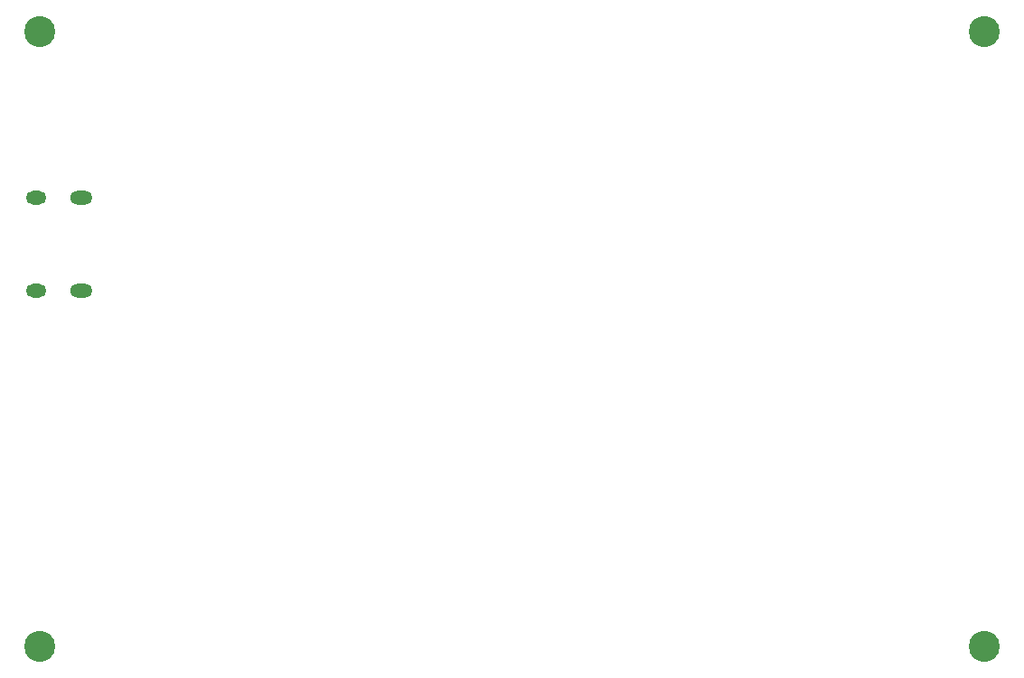
<source format=gbs>
G04 Layer: BottomSolderMaskLayer*
G04 EasyEDA v6.5.44, 2024-09-11 13:33:57*
G04 d97fa038366940f8a7afa66022820b17,998d2601f2934e99b29d4200b4e4a5d6,10*
G04 Gerber Generator version 0.2*
G04 Scale: 100 percent, Rotated: No, Reflected: No *
G04 Dimensions in inches *
G04 leading zeros omitted , absolute positions ,3 integer and 6 decimal *
%FSLAX36Y36*%
%MOIN*%

%ADD10C,0.1143*%
%ADD11O,0.074866X0.051244000000000005*%
%ADD12O,0.08274000000000001X0.051244000000000005*%

%LPD*%
D10*
G01*
X115000Y115000D03*
G01*
X115000Y2385000D03*
G01*
X3600000Y2385000D03*
G01*
X3600000Y115000D03*
D11*
G01*
X102199Y1429720D03*
D12*
G01*
X267550Y1429720D03*
G01*
X267550Y1770279D03*
D11*
G01*
X102199Y1770279D03*
M02*

</source>
